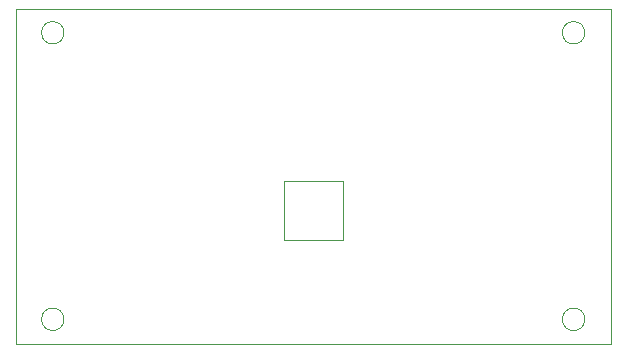
<source format=gbr>
%TF.GenerationSoftware,KiCad,Pcbnew,(6.0.9)*%
%TF.CreationDate,2023-04-12T13:33:38+10:00*%
%TF.ProjectId,VisorPlate2.0,5669736f-7250-46c6-9174-65322e302e6b,rev?*%
%TF.SameCoordinates,Original*%
%TF.FileFunction,Profile,NP*%
%FSLAX46Y46*%
G04 Gerber Fmt 4.6, Leading zero omitted, Abs format (unit mm)*
G04 Created by KiCad (PCBNEW (6.0.9)) date 2023-04-12 13:33:38*
%MOMM*%
%LPD*%
G01*
G04 APERTURE LIST*
%TA.AperFunction,Profile*%
%ADD10C,0.100000*%
%TD*%
G04 APERTURE END LIST*
D10*
X152950000Y-82160749D02*
G75*
G03*
X152950000Y-82160749I-950000J0D01*
G01*
X152950000Y-57900000D02*
G75*
G03*
X152950000Y-57900000I-950000J0D01*
G01*
X104750000Y-55850000D02*
X104750000Y-84250000D01*
X155150000Y-55850000D02*
X104750000Y-55850000D01*
X155150000Y-84250000D02*
X155150000Y-55850000D01*
X104750000Y-84250000D02*
X155150000Y-84250000D01*
X108850000Y-82160749D02*
G75*
G03*
X108850000Y-82160749I-950000J0D01*
G01*
X108850000Y-57900000D02*
G75*
G03*
X108850000Y-57900000I-950000J0D01*
G01*
X132450000Y-70480083D02*
X132450000Y-75480083D01*
X127450000Y-70480083D02*
X132450000Y-70480083D01*
X127450000Y-75480083D02*
X127450000Y-70480083D01*
X132450000Y-75480083D02*
X127450000Y-75480083D01*
M02*

</source>
